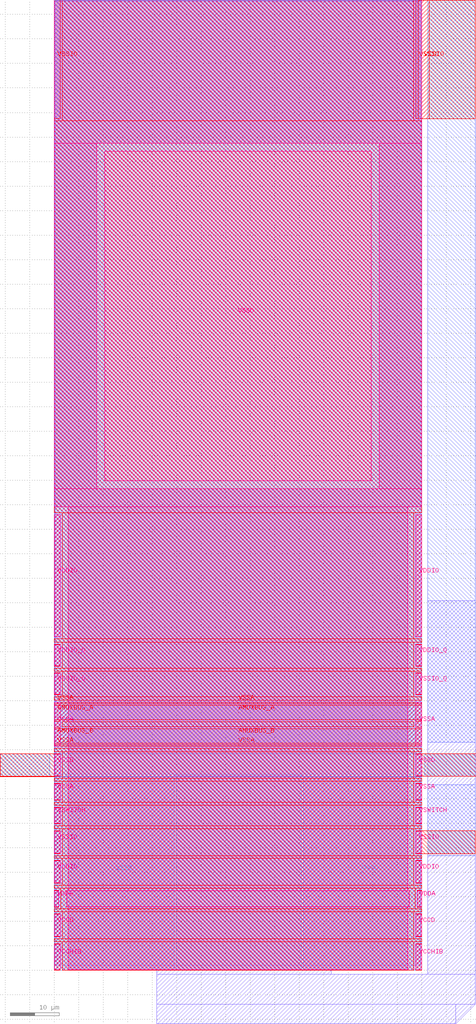
<source format=lef>
VERSION 5.7 ;
  NOWIREEXTENSIONATPIN ON ;
  DIVIDERCHAR "/" ;
  BUSBITCHARS "[]" ;
MACRO sky130_ef_io__vssd_lvc_clamped_pad
  CLASS PAD POWER ;
  FOREIGN sky130_ef_io__vssd_lvc_clamped_pad ;
  ORIGIN 0.000 0.000 ;
  SIZE 75.000 BY 197.965 ;
  PIN AMUXBUS_A
    DIRECTION INOUT ;
    USE SIGNAL ;
    PORT
      LAYER met4 ;
        RECT 0.000 51.090 75.000 54.070 ;
    END
    PORT
      LAYER met4 ;
        RECT 0.000 51.090 1.270 54.070 ;
    END
  END AMUXBUS_A
  PIN AMUXBUS_B
    DIRECTION INOUT ;
    USE SIGNAL ;
    PORT
      LAYER met4 ;
        RECT 0.000 46.330 75.000 49.310 ;
    END
    PORT
      LAYER met4 ;
        RECT 0.000 46.330 1.270 49.310 ;
    END
  END AMUXBUS_B
  PIN VSSA
    DIRECTION INOUT ;
    USE GROUND ;
    PORT
      LAYER met5 ;
        RECT 73.730 45.700 75.000 54.700 ;
    END
    PORT
      LAYER met5 ;
        RECT 73.730 34.805 75.000 38.050 ;
    END
    PORT
      LAYER met5 ;
        RECT 0.000 45.700 1.270 54.700 ;
    END
    PORT
      LAYER met5 ;
        RECT 0.000 34.805 1.270 38.050 ;
    END
    PORT
      LAYER met4 ;
        RECT 73.730 49.610 75.000 50.790 ;
    END
    PORT
      LAYER met4 ;
        RECT 0.000 54.370 75.000 54.700 ;
    END
    PORT
      LAYER met4 ;
        RECT 0.000 45.700 75.000 46.030 ;
    END
    PORT
      LAYER met4 ;
        RECT 73.730 34.700 75.000 38.150 ;
    END
    PORT
      LAYER met4 ;
        RECT 0.000 45.700 1.270 46.030 ;
    END
    PORT
      LAYER met4 ;
        RECT 0.000 49.610 1.270 50.790 ;
    END
    PORT
      LAYER met4 ;
        RECT 0.000 54.370 1.270 54.700 ;
    END
    PORT
      LAYER met4 ;
        RECT 0.000 34.700 1.270 38.150 ;
    END
  END VSSA
  PIN VDDA
    DIRECTION INOUT ;
    USE POWER ;
    PORT
      LAYER met5 ;
        RECT 74.035 13.000 75.000 16.250 ;
    END
    PORT
      LAYER met5 ;
        RECT 0.000 13.000 0.965 16.250 ;
    END
    PORT
      LAYER met4 ;
        RECT 74.035 12.900 75.000 16.350 ;
    END
    PORT
      LAYER met4 ;
        RECT 0.000 12.900 0.965 16.350 ;
    END
  END VDDA
  PIN VSWITCH
    DIRECTION INOUT ;
    USE POWER ;
    PORT
      LAYER met5 ;
        RECT 73.730 29.950 75.000 33.200 ;
    END
    PORT
      LAYER met5 ;
        RECT 0.000 29.950 1.270 33.200 ;
    END
    PORT
      LAYER met4 ;
        RECT 73.730 29.850 75.000 33.300 ;
    END
    PORT
      LAYER met4 ;
        RECT 0.000 29.850 1.270 33.300 ;
    END
  END VSWITCH
  PIN VDDIO_Q
    DIRECTION INOUT ;
    USE POWER ;
    PORT
      LAYER met5 ;
        RECT 73.730 62.150 75.000 66.400 ;
    END
    PORT
      LAYER met5 ;
        RECT 0.000 62.150 1.270 66.400 ;
    END
    PORT
      LAYER met4 ;
        RECT 73.730 62.050 75.000 66.500 ;
    END
    PORT
      LAYER met4 ;
        RECT 0.000 62.050 1.270 66.500 ;
    END
  END VDDIO_Q
  PIN VCCHIB
    DIRECTION INOUT ;
    USE POWER ;
    PORT
      LAYER met5 ;
        RECT 73.730 0.100 75.000 5.350 ;
    END
    PORT
      LAYER met5 ;
        RECT 0.000 0.100 1.270 5.350 ;
    END
    PORT
      LAYER met4 ;
        RECT 73.730 0.000 75.000 5.450 ;
    END
    PORT
      LAYER met4 ;
        RECT 0.000 0.000 1.270 5.450 ;
    END
  END VCCHIB
  PIN VDDIO
    DIRECTION INOUT ;
    USE POWER ;
    PORT
      LAYER met5 ;
        RECT 73.730 68.000 75.000 92.950 ;
    END
    PORT
      LAYER met5 ;
        RECT 73.730 17.850 75.000 22.300 ;
    END
    PORT
      LAYER met5 ;
        RECT 0.000 68.000 1.270 92.950 ;
    END
    PORT
      LAYER met5 ;
        RECT 0.000 17.850 1.270 22.300 ;
    END
    PORT
      LAYER met4 ;
        RECT 73.730 17.750 75.000 22.400 ;
    END
    PORT
      LAYER met4 ;
        RECT 73.730 68.000 75.000 92.965 ;
    END
    PORT
      LAYER met4 ;
        RECT 0.000 17.750 1.270 22.400 ;
    END
    PORT
      LAYER met4 ;
        RECT 0.000 68.000 1.270 92.965 ;
    END
  END VDDIO
  PIN VCCD
    DIRECTION INOUT ;
    USE POWER ;
    PORT
      LAYER met5 ;
        RECT 73.730 6.950 75.000 11.400 ;
    END
    PORT
      LAYER met5 ;
        RECT 0.000 6.950 1.270 11.400 ;
    END
    PORT
      LAYER met4 ;
        RECT 73.730 6.850 75.000 11.500 ;
    END
    PORT
      LAYER met4 ;
        RECT 0.000 6.850 1.270 11.500 ;
    END
  END VCCD
  PIN VSSIO
    DIRECTION INOUT ;
    USE GROUND ;
    PORT
      LAYER met4 ;
        RECT 74.225 173.750 76.470 197.930 ;
    END
    PORT
      LAYER met4 ;
        RECT 0.000 173.750 1.205 197.965 ;
    END
    PORT
      LAYER met5 ;
        RECT 73.730 23.900 75.000 28.350 ;
    END
    PORT
      LAYER met5 ;
        RECT 0.000 23.900 1.270 28.350 ;
    END
    PORT
      LAYER met4 ;
        RECT 73.730 23.800 75.000 28.450 ;
    END
    PORT
      LAYER met4 ;
        RECT 73.730 173.750 75.000 197.965 ;
    END
    PORT
      LAYER met4 ;
        RECT 0.000 173.750 1.270 197.965 ;
    END
    PORT
      LAYER met4 ;
        RECT 0.000 23.800 1.270 28.450 ;
    END
  END VSSIO
  PIN VSSD
    DIRECTION INOUT ;
    USE GROUND ;
    PORT
      LAYER met5 ;
        RECT 10.270 99.865 64.670 167.130 ;
    END
    PORT
      LAYER met3 ;
        RECT 50.755 -0.035 74.700 39.565 ;
    END
    PORT
      LAYER met3 ;
        RECT 0.500 -0.035 24.500 39.565 ;
    END
    PORT
      LAYER met5 ;
        RECT 73.730 39.650 75.000 44.100 ;
    END
    PORT
      LAYER met5 ;
        RECT 0.000 39.650 1.270 44.100 ;
    END
    PORT
      LAYER met4 ;
        RECT 73.730 39.550 75.000 44.200 ;
    END
    PORT
      LAYER met4 ;
        RECT 0.000 39.550 1.270 44.200 ;
    END
  END VSSD
  PIN VSSIO_Q
    DIRECTION INOUT ;
    USE GROUND ;
    PORT
      LAYER met5 ;
        RECT 73.730 56.300 75.000 60.550 ;
    END
    PORT
      LAYER met5 ;
        RECT 0.000 56.300 1.270 60.550 ;
    END
    PORT
      LAYER met4 ;
        RECT 73.730 56.200 75.000 60.650 ;
    END
    PORT
      LAYER met4 ;
        RECT 0.000 56.200 1.270 60.650 ;
    END
  END VSSIO_Q
  OBS
      LAYER li1 ;
        RECT 0.240 0.985 74.755 197.745 ;
      LAYER met1 ;
        RECT 0.120 0.000 75.000 197.805 ;
        RECT 16.655 -0.035 56.565 0.000 ;
        RECT 20.925 -0.815 56.565 -0.035 ;
        RECT 76.200 -0.815 85.935 75.350 ;
        RECT 20.925 -6.920 85.935 -0.815 ;
        RECT 20.925 -10.920 81.935 -6.920 ;
        POLYGON 81.935 -6.920 85.935 -6.920 81.935 -10.920 ;
      LAYER met2 ;
        RECT 0.000 44.200 75.000 197.930 ;
        RECT 76.200 46.560 85.935 197.930 ;
        RECT 0.000 44.165 86.140 44.200 ;
        RECT -10.975 39.550 86.140 44.165 ;
        RECT -10.975 39.515 75.000 39.550 ;
        RECT 0.000 0.000 75.000 39.515 ;
        RECT 76.200 23.390 85.935 37.800 ;
        RECT 0.500 -0.035 20.495 0.000 ;
        RECT 20.925 -0.035 53.535 0.000 ;
        RECT 54.095 -0.035 74.700 0.000 ;
      LAYER met3 ;
        RECT -10.975 39.515 -0.895 44.165 ;
        RECT 0.000 39.965 75.000 197.930 ;
        RECT 76.200 173.715 85.935 197.930 ;
        RECT 0.000 0.000 0.100 39.965 ;
        RECT 24.900 0.000 50.355 39.965 ;
        RECT 75.605 39.550 86.140 44.200 ;
        RECT 76.200 23.765 85.935 28.415 ;
        RECT 26.000 -0.035 36.880 0.000 ;
        RECT 38.380 -0.035 49.255 0.000 ;
      LAYER met4 ;
        RECT 1.670 173.350 73.330 197.965 ;
        RECT 76.470 173.750 85.935 197.930 ;
        RECT 74.785 173.715 85.935 173.750 ;
        RECT 0.000 93.365 75.000 173.350 ;
        RECT 1.670 67.600 73.330 93.365 ;
        RECT 0.000 66.900 75.000 67.600 ;
        RECT 1.670 61.650 73.330 66.900 ;
        RECT 0.000 61.050 75.000 61.650 ;
        RECT 1.670 55.800 73.330 61.050 ;
        RECT 0.000 55.100 75.000 55.800 ;
        RECT 1.670 49.710 73.330 50.690 ;
        RECT 0.000 44.600 75.000 45.300 ;
        RECT -10.975 39.550 0.000 44.165 ;
        RECT -10.975 39.515 0.070 39.550 ;
        RECT 1.670 39.150 73.330 44.600 ;
        RECT 75.000 39.550 86.140 44.200 ;
        RECT 0.000 38.550 75.000 39.150 ;
        RECT 1.670 34.300 73.330 38.550 ;
        RECT 0.000 33.700 75.000 34.300 ;
        RECT 1.670 29.450 73.330 33.700 ;
        RECT 0.000 28.850 75.000 29.450 ;
        RECT 1.670 23.400 73.330 28.850 ;
        RECT 75.000 23.800 85.935 28.415 ;
        RECT 74.935 23.765 85.935 23.800 ;
        RECT 0.000 22.800 75.000 23.400 ;
        RECT 1.670 17.350 73.330 22.800 ;
        RECT 0.000 16.750 75.000 17.350 ;
        RECT 1.365 12.500 73.635 16.750 ;
        RECT 0.000 11.900 75.000 12.500 ;
        RECT 1.670 6.450 73.330 11.900 ;
        RECT 0.000 5.850 75.000 6.450 ;
        RECT 1.670 0.000 73.330 5.850 ;
      LAYER met5 ;
        RECT 0.000 168.730 75.000 197.965 ;
        RECT 0.000 98.265 8.670 168.730 ;
        RECT 66.270 98.265 75.000 168.730 ;
        RECT 0.000 94.550 75.000 98.265 ;
        RECT 2.870 16.250 72.130 94.550 ;
        RECT 2.565 13.000 72.435 16.250 ;
        RECT 2.870 0.100 72.130 13.000 ;
  END
END sky130_ef_io__vssd_lvc_clamped_pad
END LIBRARY


</source>
